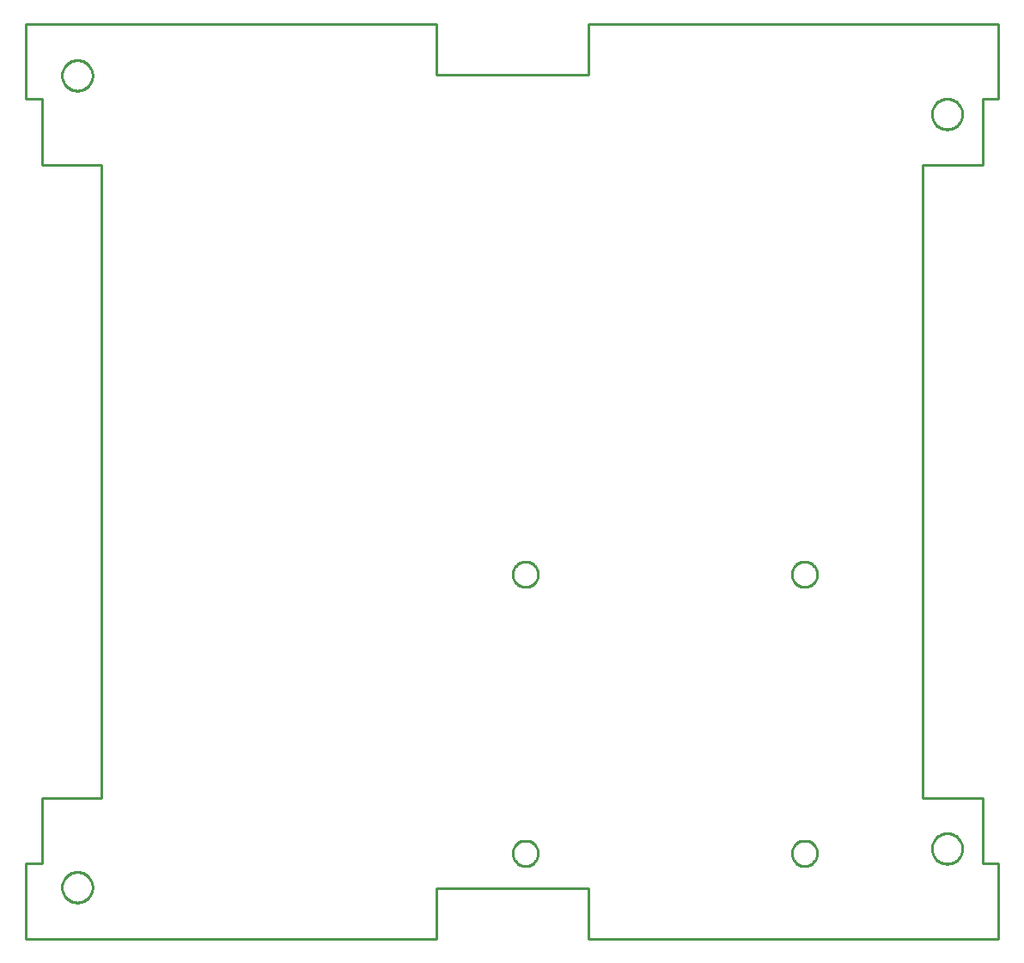
<source format=gbr>
G04 EAGLE Gerber RS-274X export*
G75*
%MOMM*%
%FSLAX34Y34*%
%LPD*%
%IN*%
%IPPOS*%
%AMOC8*
5,1,8,0,0,1.08239X$1,22.5*%
G01*
%ADD10C,0.254000*%


D10*
X0Y0D02*
X404450Y0D01*
X404450Y50000D01*
X554450Y50000D01*
X554450Y0D01*
X958900Y0D01*
X958900Y74000D01*
X942900Y74000D01*
X942900Y138900D01*
X883900Y138900D01*
X883900Y762800D01*
X942900Y762800D01*
X942900Y827700D01*
X958900Y827700D01*
X958900Y901700D01*
X554450Y901700D01*
X554450Y851700D01*
X404450Y851700D01*
X404450Y901700D01*
X0Y901700D01*
X0Y827700D01*
X16000Y827700D01*
X16000Y762800D01*
X75000Y762800D01*
X75000Y138900D01*
X16000Y138900D01*
X16000Y74000D01*
X0Y74000D01*
X0Y0D01*
X780000Y83709D02*
X780000Y84691D01*
X779923Y85670D01*
X779769Y86641D01*
X779540Y87596D01*
X779236Y88530D01*
X778861Y89437D01*
X778415Y90312D01*
X777901Y91150D01*
X777324Y91945D01*
X776686Y92692D01*
X775992Y93386D01*
X775245Y94024D01*
X774450Y94601D01*
X773612Y95115D01*
X772737Y95561D01*
X771830Y95936D01*
X770896Y96240D01*
X769941Y96469D01*
X768970Y96623D01*
X767991Y96700D01*
X767009Y96700D01*
X766030Y96623D01*
X765060Y96469D01*
X764104Y96240D01*
X763170Y95936D01*
X762263Y95561D01*
X761388Y95115D01*
X760550Y94601D01*
X759755Y94024D01*
X759008Y93386D01*
X758314Y92692D01*
X757676Y91945D01*
X757099Y91150D01*
X756585Y90312D01*
X756139Y89437D01*
X755764Y88530D01*
X755460Y87596D01*
X755231Y86641D01*
X755077Y85670D01*
X755000Y84691D01*
X755000Y83709D01*
X755077Y82730D01*
X755231Y81760D01*
X755460Y80804D01*
X755764Y79870D01*
X756139Y78963D01*
X756585Y78088D01*
X757099Y77250D01*
X757676Y76455D01*
X758314Y75708D01*
X759008Y75014D01*
X759755Y74376D01*
X760550Y73799D01*
X761388Y73285D01*
X762263Y72839D01*
X763170Y72464D01*
X764104Y72160D01*
X765060Y71931D01*
X766030Y71777D01*
X767009Y71700D01*
X767991Y71700D01*
X768970Y71777D01*
X769941Y71931D01*
X770896Y72160D01*
X771830Y72464D01*
X772737Y72839D01*
X773612Y73285D01*
X774450Y73799D01*
X775245Y74376D01*
X775992Y75014D01*
X776686Y75708D01*
X777324Y76455D01*
X777901Y77250D01*
X778415Y78088D01*
X778861Y78963D01*
X779236Y79870D01*
X779540Y80804D01*
X779769Y81760D01*
X779923Y82730D01*
X780000Y83709D01*
X923100Y88364D02*
X923100Y89436D01*
X923024Y90504D01*
X922871Y91565D01*
X922643Y92612D01*
X922341Y93640D01*
X921967Y94644D01*
X921522Y95619D01*
X921008Y96559D01*
X920429Y97460D01*
X919787Y98318D01*
X919085Y99128D01*
X918328Y99885D01*
X917518Y100587D01*
X916660Y101229D01*
X915759Y101808D01*
X914819Y102322D01*
X913844Y102767D01*
X912840Y103141D01*
X911812Y103443D01*
X910765Y103671D01*
X909704Y103824D01*
X908636Y103900D01*
X907564Y103900D01*
X906496Y103824D01*
X905435Y103671D01*
X904388Y103443D01*
X903360Y103141D01*
X902356Y102767D01*
X901381Y102322D01*
X900441Y101808D01*
X899540Y101229D01*
X898682Y100587D01*
X897872Y99885D01*
X897115Y99128D01*
X896413Y98318D01*
X895771Y97460D01*
X895192Y96559D01*
X894678Y95619D01*
X894233Y94644D01*
X893859Y93640D01*
X893557Y92612D01*
X893329Y91565D01*
X893176Y90504D01*
X893100Y89436D01*
X893100Y88364D01*
X893176Y87296D01*
X893329Y86235D01*
X893557Y85188D01*
X893859Y84160D01*
X894233Y83156D01*
X894678Y82181D01*
X895192Y81241D01*
X895771Y80340D01*
X896413Y79482D01*
X897115Y78672D01*
X897872Y77915D01*
X898682Y77213D01*
X899540Y76571D01*
X900441Y75992D01*
X901381Y75478D01*
X902356Y75033D01*
X903360Y74659D01*
X904388Y74357D01*
X905435Y74129D01*
X906496Y73976D01*
X907564Y73900D01*
X908636Y73900D01*
X909704Y73976D01*
X910765Y74129D01*
X911812Y74357D01*
X912840Y74659D01*
X913844Y75033D01*
X914819Y75478D01*
X915759Y75992D01*
X916660Y76571D01*
X917518Y77213D01*
X918328Y77915D01*
X919085Y78672D01*
X919787Y79482D01*
X920429Y80340D01*
X921008Y81241D01*
X921522Y82181D01*
X921967Y83156D01*
X922341Y84160D01*
X922643Y85188D01*
X922871Y86235D01*
X923024Y87296D01*
X923100Y88364D01*
X923100Y812264D02*
X923100Y813336D01*
X923024Y814404D01*
X922871Y815465D01*
X922643Y816512D01*
X922341Y817540D01*
X921967Y818544D01*
X921522Y819519D01*
X921008Y820459D01*
X920429Y821360D01*
X919787Y822218D01*
X919085Y823028D01*
X918328Y823785D01*
X917518Y824487D01*
X916660Y825129D01*
X915759Y825708D01*
X914819Y826222D01*
X913844Y826667D01*
X912840Y827041D01*
X911812Y827343D01*
X910765Y827571D01*
X909704Y827724D01*
X908636Y827800D01*
X907564Y827800D01*
X906496Y827724D01*
X905435Y827571D01*
X904388Y827343D01*
X903360Y827041D01*
X902356Y826667D01*
X901381Y826222D01*
X900441Y825708D01*
X899540Y825129D01*
X898682Y824487D01*
X897872Y823785D01*
X897115Y823028D01*
X896413Y822218D01*
X895771Y821360D01*
X895192Y820459D01*
X894678Y819519D01*
X894233Y818544D01*
X893859Y817540D01*
X893557Y816512D01*
X893329Y815465D01*
X893176Y814404D01*
X893100Y813336D01*
X893100Y812264D01*
X893176Y811196D01*
X893329Y810135D01*
X893557Y809088D01*
X893859Y808060D01*
X894233Y807056D01*
X894678Y806081D01*
X895192Y805141D01*
X895771Y804240D01*
X896413Y803382D01*
X897115Y802572D01*
X897872Y801815D01*
X898682Y801113D01*
X899540Y800471D01*
X900441Y799892D01*
X901381Y799378D01*
X902356Y798933D01*
X903360Y798559D01*
X904388Y798257D01*
X905435Y798029D01*
X906496Y797876D01*
X907564Y797800D01*
X908636Y797800D01*
X909704Y797876D01*
X910765Y798029D01*
X911812Y798257D01*
X912840Y798559D01*
X913844Y798933D01*
X914819Y799378D01*
X915759Y799892D01*
X916660Y800471D01*
X917518Y801113D01*
X918328Y801815D01*
X919085Y802572D01*
X919787Y803382D01*
X920429Y804240D01*
X921008Y805141D01*
X921522Y806081D01*
X921967Y807056D01*
X922341Y808060D01*
X922643Y809088D01*
X922871Y810135D01*
X923024Y811196D01*
X923100Y812264D01*
X505000Y83709D02*
X505000Y84691D01*
X504923Y85670D01*
X504769Y86641D01*
X504540Y87596D01*
X504236Y88530D01*
X503861Y89437D01*
X503415Y90312D01*
X502901Y91150D01*
X502324Y91945D01*
X501686Y92692D01*
X500992Y93386D01*
X500245Y94024D01*
X499450Y94601D01*
X498612Y95115D01*
X497737Y95561D01*
X496830Y95936D01*
X495896Y96240D01*
X494941Y96469D01*
X493970Y96623D01*
X492991Y96700D01*
X492009Y96700D01*
X491030Y96623D01*
X490060Y96469D01*
X489104Y96240D01*
X488170Y95936D01*
X487263Y95561D01*
X486388Y95115D01*
X485550Y94601D01*
X484755Y94024D01*
X484008Y93386D01*
X483314Y92692D01*
X482676Y91945D01*
X482099Y91150D01*
X481585Y90312D01*
X481139Y89437D01*
X480764Y88530D01*
X480460Y87596D01*
X480231Y86641D01*
X480077Y85670D01*
X480000Y84691D01*
X480000Y83709D01*
X480077Y82730D01*
X480231Y81760D01*
X480460Y80804D01*
X480764Y79870D01*
X481139Y78963D01*
X481585Y78088D01*
X482099Y77250D01*
X482676Y76455D01*
X483314Y75708D01*
X484008Y75014D01*
X484755Y74376D01*
X485550Y73799D01*
X486388Y73285D01*
X487263Y72839D01*
X488170Y72464D01*
X489104Y72160D01*
X490060Y71931D01*
X491030Y71777D01*
X492009Y71700D01*
X492991Y71700D01*
X493970Y71777D01*
X494941Y71931D01*
X495896Y72160D01*
X496830Y72464D01*
X497737Y72839D01*
X498612Y73285D01*
X499450Y73799D01*
X500245Y74376D01*
X500992Y75014D01*
X501686Y75708D01*
X502324Y76455D01*
X502901Y77250D01*
X503415Y78088D01*
X503861Y78963D01*
X504236Y79870D01*
X504540Y80804D01*
X504769Y81760D01*
X504923Y82730D01*
X505000Y83709D01*
X780000Y358709D02*
X780000Y359691D01*
X779923Y360670D01*
X779769Y361641D01*
X779540Y362596D01*
X779236Y363530D01*
X778861Y364437D01*
X778415Y365312D01*
X777901Y366150D01*
X777324Y366945D01*
X776686Y367692D01*
X775992Y368386D01*
X775245Y369024D01*
X774450Y369601D01*
X773612Y370115D01*
X772737Y370561D01*
X771830Y370936D01*
X770896Y371240D01*
X769941Y371469D01*
X768970Y371623D01*
X767991Y371700D01*
X767009Y371700D01*
X766030Y371623D01*
X765060Y371469D01*
X764104Y371240D01*
X763170Y370936D01*
X762263Y370561D01*
X761388Y370115D01*
X760550Y369601D01*
X759755Y369024D01*
X759008Y368386D01*
X758314Y367692D01*
X757676Y366945D01*
X757099Y366150D01*
X756585Y365312D01*
X756139Y364437D01*
X755764Y363530D01*
X755460Y362596D01*
X755231Y361641D01*
X755077Y360670D01*
X755000Y359691D01*
X755000Y358709D01*
X755077Y357730D01*
X755231Y356760D01*
X755460Y355804D01*
X755764Y354870D01*
X756139Y353963D01*
X756585Y353088D01*
X757099Y352250D01*
X757676Y351455D01*
X758314Y350708D01*
X759008Y350014D01*
X759755Y349376D01*
X760550Y348799D01*
X761388Y348285D01*
X762263Y347839D01*
X763170Y347464D01*
X764104Y347160D01*
X765060Y346931D01*
X766030Y346777D01*
X767009Y346700D01*
X767991Y346700D01*
X768970Y346777D01*
X769941Y346931D01*
X770896Y347160D01*
X771830Y347464D01*
X772737Y347839D01*
X773612Y348285D01*
X774450Y348799D01*
X775245Y349376D01*
X775992Y350014D01*
X776686Y350708D01*
X777324Y351455D01*
X777901Y352250D01*
X778415Y353088D01*
X778861Y353963D01*
X779236Y354870D01*
X779540Y355804D01*
X779769Y356760D01*
X779923Y357730D01*
X780000Y358709D01*
X65800Y850364D02*
X65800Y851436D01*
X65724Y852504D01*
X65571Y853565D01*
X65343Y854612D01*
X65041Y855640D01*
X64667Y856644D01*
X64222Y857619D01*
X63708Y858559D01*
X63129Y859460D01*
X62487Y860318D01*
X61785Y861128D01*
X61028Y861885D01*
X60218Y862587D01*
X59360Y863229D01*
X58459Y863808D01*
X57519Y864322D01*
X56544Y864767D01*
X55540Y865141D01*
X54512Y865443D01*
X53465Y865671D01*
X52404Y865824D01*
X51336Y865900D01*
X50264Y865900D01*
X49196Y865824D01*
X48135Y865671D01*
X47088Y865443D01*
X46060Y865141D01*
X45056Y864767D01*
X44081Y864322D01*
X43141Y863808D01*
X42240Y863229D01*
X41382Y862587D01*
X40572Y861885D01*
X39815Y861128D01*
X39113Y860318D01*
X38471Y859460D01*
X37892Y858559D01*
X37378Y857619D01*
X36933Y856644D01*
X36559Y855640D01*
X36257Y854612D01*
X36029Y853565D01*
X35876Y852504D01*
X35800Y851436D01*
X35800Y850364D01*
X35876Y849296D01*
X36029Y848235D01*
X36257Y847188D01*
X36559Y846160D01*
X36933Y845156D01*
X37378Y844181D01*
X37892Y843241D01*
X38471Y842340D01*
X39113Y841482D01*
X39815Y840672D01*
X40572Y839915D01*
X41382Y839213D01*
X42240Y838571D01*
X43141Y837992D01*
X44081Y837478D01*
X45056Y837033D01*
X46060Y836659D01*
X47088Y836357D01*
X48135Y836129D01*
X49196Y835976D01*
X50264Y835900D01*
X51336Y835900D01*
X52404Y835976D01*
X53465Y836129D01*
X54512Y836357D01*
X55540Y836659D01*
X56544Y837033D01*
X57519Y837478D01*
X58459Y837992D01*
X59360Y838571D01*
X60218Y839213D01*
X61028Y839915D01*
X61785Y840672D01*
X62487Y841482D01*
X63129Y842340D01*
X63708Y843241D01*
X64222Y844181D01*
X64667Y845156D01*
X65041Y846160D01*
X65343Y847188D01*
X65571Y848235D01*
X65724Y849296D01*
X65800Y850364D01*
X505000Y358709D02*
X505000Y359691D01*
X504923Y360670D01*
X504769Y361641D01*
X504540Y362596D01*
X504236Y363530D01*
X503861Y364437D01*
X503415Y365312D01*
X502901Y366150D01*
X502324Y366945D01*
X501686Y367692D01*
X500992Y368386D01*
X500245Y369024D01*
X499450Y369601D01*
X498612Y370115D01*
X497737Y370561D01*
X496830Y370936D01*
X495896Y371240D01*
X494941Y371469D01*
X493970Y371623D01*
X492991Y371700D01*
X492009Y371700D01*
X491030Y371623D01*
X490060Y371469D01*
X489104Y371240D01*
X488170Y370936D01*
X487263Y370561D01*
X486388Y370115D01*
X485550Y369601D01*
X484755Y369024D01*
X484008Y368386D01*
X483314Y367692D01*
X482676Y366945D01*
X482099Y366150D01*
X481585Y365312D01*
X481139Y364437D01*
X480764Y363530D01*
X480460Y362596D01*
X480231Y361641D01*
X480077Y360670D01*
X480000Y359691D01*
X480000Y358709D01*
X480077Y357730D01*
X480231Y356760D01*
X480460Y355804D01*
X480764Y354870D01*
X481139Y353963D01*
X481585Y353088D01*
X482099Y352250D01*
X482676Y351455D01*
X483314Y350708D01*
X484008Y350014D01*
X484755Y349376D01*
X485550Y348799D01*
X486388Y348285D01*
X487263Y347839D01*
X488170Y347464D01*
X489104Y347160D01*
X490060Y346931D01*
X491030Y346777D01*
X492009Y346700D01*
X492991Y346700D01*
X493970Y346777D01*
X494941Y346931D01*
X495896Y347160D01*
X496830Y347464D01*
X497737Y347839D01*
X498612Y348285D01*
X499450Y348799D01*
X500245Y349376D01*
X500992Y350014D01*
X501686Y350708D01*
X502324Y351455D01*
X502901Y352250D01*
X503415Y353088D01*
X503861Y353963D01*
X504236Y354870D01*
X504540Y355804D01*
X504769Y356760D01*
X504923Y357730D01*
X505000Y358709D01*
X65800Y50264D02*
X65800Y51336D01*
X65724Y52404D01*
X65571Y53465D01*
X65343Y54512D01*
X65041Y55540D01*
X64667Y56544D01*
X64222Y57519D01*
X63708Y58459D01*
X63129Y59360D01*
X62487Y60218D01*
X61785Y61028D01*
X61028Y61785D01*
X60218Y62487D01*
X59360Y63129D01*
X58459Y63708D01*
X57519Y64222D01*
X56544Y64667D01*
X55540Y65041D01*
X54512Y65343D01*
X53465Y65571D01*
X52404Y65724D01*
X51336Y65800D01*
X50264Y65800D01*
X49196Y65724D01*
X48135Y65571D01*
X47088Y65343D01*
X46060Y65041D01*
X45056Y64667D01*
X44081Y64222D01*
X43141Y63708D01*
X42240Y63129D01*
X41382Y62487D01*
X40572Y61785D01*
X39815Y61028D01*
X39113Y60218D01*
X38471Y59360D01*
X37892Y58459D01*
X37378Y57519D01*
X36933Y56544D01*
X36559Y55540D01*
X36257Y54512D01*
X36029Y53465D01*
X35876Y52404D01*
X35800Y51336D01*
X35800Y50264D01*
X35876Y49196D01*
X36029Y48135D01*
X36257Y47088D01*
X36559Y46060D01*
X36933Y45056D01*
X37378Y44081D01*
X37892Y43141D01*
X38471Y42240D01*
X39113Y41382D01*
X39815Y40572D01*
X40572Y39815D01*
X41382Y39113D01*
X42240Y38471D01*
X43141Y37892D01*
X44081Y37378D01*
X45056Y36933D01*
X46060Y36559D01*
X47088Y36257D01*
X48135Y36029D01*
X49196Y35876D01*
X50264Y35800D01*
X51336Y35800D01*
X52404Y35876D01*
X53465Y36029D01*
X54512Y36257D01*
X55540Y36559D01*
X56544Y36933D01*
X57519Y37378D01*
X58459Y37892D01*
X59360Y38471D01*
X60218Y39113D01*
X61028Y39815D01*
X61785Y40572D01*
X62487Y41382D01*
X63129Y42240D01*
X63708Y43141D01*
X64222Y44081D01*
X64667Y45056D01*
X65041Y46060D01*
X65343Y47088D01*
X65571Y48135D01*
X65724Y49196D01*
X65800Y50264D01*
M02*

</source>
